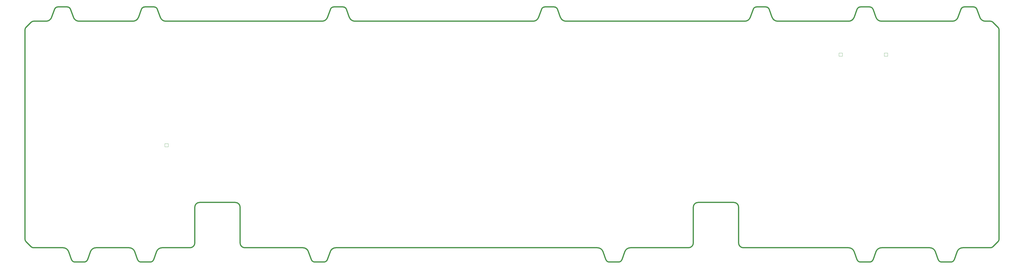
<source format=gbr>
%TF.GenerationSoftware,KiCad,Pcbnew,8.0.1*%
%TF.CreationDate,2026-01-01T00:47:39+09:00*%
%TF.ProjectId,W1-AT_RP2040_Notooth,57312d41-545f-4525-9032-3034305f4e6f,rev?*%
%TF.SameCoordinates,Original*%
%TF.FileFunction,Profile,NP*%
%FSLAX46Y46*%
G04 Gerber Fmt 4.6, Leading zero omitted, Abs format (unit mm)*
G04 Created by KiCad (PCBNEW 8.0.1) date 2026-01-01 00:47:39*
%MOMM*%
%LPD*%
G01*
G04 APERTURE LIST*
%TA.AperFunction,Profile*%
%ADD10C,0.500000*%
%TD*%
%TA.AperFunction,Profile*%
%ADD11C,0.050000*%
%TD*%
G04 APERTURE END LIST*
D10*
X148587080Y-23461968D02*
X147361197Y-26830050D01*
X66311205Y-125369945D02*
X67537087Y-128738026D01*
X326299575Y-23461966D02*
G75*
G02*
X327709114Y-22474984I1409625J-513134D01*
G01*
X37920993Y-22474999D02*
G75*
G02*
X39330495Y-23461982I-393J-1500501D01*
G01*
X366380718Y-28474997D02*
X336593142Y-28474996D01*
X375264749Y-22474996D02*
X371365370Y-22474996D01*
X68946627Y-129724995D02*
X72846004Y-129724996D01*
X108612500Y-104675000D02*
G75*
G02*
X110612500Y-106675000I0J-2000000D01*
G01*
X427085661Y-123285651D02*
X429206981Y-121164332D01*
X93562500Y-104675000D02*
X108612500Y-104675000D01*
X91562500Y-121724999D02*
X91562500Y-106675000D01*
X69124578Y-23461969D02*
X67898697Y-26830050D01*
X272331436Y-125369941D02*
G75*
G02*
X274680648Y-123724985I2348964J-854659D01*
G01*
X139336208Y-125369943D02*
X140562090Y-128738025D01*
X377900167Y-26830046D02*
X376674286Y-23461965D01*
X413612093Y-23461963D02*
X412386211Y-26830047D01*
X147280547Y-128738023D02*
G75*
G02*
X145871008Y-129724977I-1409447J512923D01*
G01*
X23802630Y-123724997D02*
G75*
G02*
X22741967Y-123285658I-130J1499697D01*
G01*
X368729950Y-26830048D02*
G75*
G02*
X366380718Y-28474988I-2349150J854948D01*
G01*
X75481427Y-125369943D02*
G75*
G02*
X77830657Y-123724987I2349173J-854957D01*
G01*
X74255543Y-128738025D02*
G75*
G02*
X72846004Y-129724993I-1409743J513325D01*
G01*
X77068914Y-26830050D02*
X75843033Y-23461968D01*
X32612076Y-23461970D02*
X31386195Y-26830051D01*
X79418147Y-28474999D02*
G75*
G02*
X77068901Y-26830055I53J2500099D01*
G01*
X336593142Y-28474996D02*
G75*
G02*
X334243938Y-26830037I-42J2499896D01*
G01*
X318162500Y-104675000D02*
G75*
G02*
X320162500Y-106675000I0J-2000000D01*
G01*
X371365377Y-129724992D02*
G75*
G02*
X369955828Y-128738026I123J1500192D01*
G01*
X233736969Y-28474998D02*
X158880649Y-28474998D01*
X20181311Y-32096317D02*
G75*
G02*
X20620653Y-31035660I1500189J-83D01*
G01*
X74433495Y-22474998D02*
X70534117Y-22474999D01*
X29036963Y-28475001D02*
X23802628Y-28475000D01*
X405496630Y-129724992D02*
X409396008Y-129724992D01*
X366380725Y-123724993D02*
G75*
G02*
X368729991Y-125369929I175J-2499807D01*
G01*
X65549465Y-28475001D02*
X42905646Y-28475000D01*
X22741967Y-28914339D02*
X20620650Y-31035657D01*
X147361196Y-26830050D02*
G75*
G02*
X145011965Y-28474995I-2349296J855150D01*
G01*
X265796633Y-129724993D02*
X269696011Y-129724993D01*
X156531416Y-26830049D02*
X155305535Y-23461967D01*
X423905662Y-28474993D02*
G75*
G02*
X421556389Y-26830058I-262J2499693D01*
G01*
X147280548Y-128738023D02*
X148506431Y-125369942D01*
X301112500Y-121724999D02*
X301112500Y-106675000D01*
X331608491Y-22474995D02*
X327709114Y-22474996D01*
X412031431Y-125369940D02*
G75*
G02*
X414380661Y-123724990I2349169J-854960D01*
G01*
X148506432Y-125369942D02*
G75*
G02*
X150855660Y-123724991I2349168J-854958D01*
G01*
X69124578Y-23461969D02*
G75*
G02*
X70534117Y-22475016I1409522J-513031D01*
G01*
X141971630Y-129724994D02*
G75*
G02*
X140562060Y-128738036I170J1500294D01*
G01*
X31386195Y-26830051D02*
G75*
G02*
X29036963Y-28474994I-2349295J855151D01*
G01*
X20620650Y-121164336D02*
X22741969Y-123285656D01*
X20620650Y-121164336D02*
G75*
G02*
X20181337Y-120103676I1060450J1060536D01*
G01*
X400511977Y-123724991D02*
G75*
G02*
X402861200Y-125369945I123J-2499809D01*
G01*
X368729955Y-125369942D02*
X369955837Y-128738023D01*
X37920993Y-22474999D02*
X34021615Y-22475000D01*
X380249399Y-28474995D02*
G75*
G02*
X377900180Y-26830041I-199J2499695D01*
G01*
X326299575Y-23461966D02*
X325073694Y-26830048D01*
X429206981Y-31035654D02*
G75*
G02*
X429646280Y-32096315I-1060281J-1060446D01*
G01*
X245256418Y-26830047D02*
X244030537Y-23461966D01*
X410805548Y-128738021D02*
G75*
G02*
X409396008Y-129724977I-1409448J512921D01*
G01*
X265796633Y-129724993D02*
G75*
G02*
X264387122Y-128738013I167J1500193D01*
G01*
X63961974Y-123724995D02*
G75*
G02*
X66311179Y-125369955I-174J-2500205D01*
G01*
X427085661Y-123285651D02*
G75*
G02*
X426025000Y-123725018I-1060861J1061051D01*
G01*
X414380661Y-123724992D02*
X426025000Y-123724992D01*
X369955831Y-23461966D02*
X368729950Y-26830048D01*
X22741967Y-28914339D02*
G75*
G02*
X23802628Y-28475007I1060733J-1060861D01*
G01*
X375264749Y-22474996D02*
G75*
G02*
X376674317Y-23461954I-249J-1500404D01*
G01*
X247605650Y-28474996D02*
G75*
G02*
X245256377Y-26830062I-50J2499996D01*
G01*
X413612094Y-23461963D02*
G75*
G02*
X415021632Y-22474991I1409406J-512837D01*
G01*
X20181311Y-32096317D02*
X20181310Y-120103676D01*
X418921011Y-22474993D02*
G75*
G02*
X420330509Y-23461976I89J-1499807D01*
G01*
X74255544Y-128738025D02*
X75481426Y-125369943D01*
X110612500Y-106675000D02*
X110612500Y-121724999D01*
X67898696Y-26830050D02*
G75*
G02*
X65549465Y-28474995I-2349296J855150D01*
G01*
X141971630Y-129724994D02*
X145871008Y-129724994D01*
X36180722Y-123724997D02*
G75*
G02*
X38529909Y-125369962I-122J-2500103D01*
G01*
X334243910Y-26830047D02*
X333018029Y-23461965D01*
X410036979Y-28474996D02*
X380249399Y-28474995D01*
X242621000Y-22474997D02*
G75*
G02*
X244030505Y-23461978I100J-1499803D01*
G01*
X74433495Y-22474998D02*
G75*
G02*
X75842995Y-23461982I-395J-1500502D01*
G01*
X112612501Y-123724999D02*
G75*
G02*
X110612501Y-121724999I-1J1999999D01*
G01*
X301112500Y-121724999D02*
G75*
G02*
X299112499Y-123725000I-2000000J-1D01*
G01*
X242621000Y-22474997D02*
X238721621Y-22474997D01*
X322724462Y-28474997D02*
X247605650Y-28474996D01*
X41165374Y-129724996D02*
G75*
G02*
X39755808Y-128738037I-174J1499796D01*
G01*
X153895997Y-22474997D02*
G75*
G02*
X155305576Y-23461952I-97J-1500203D01*
G01*
X236086200Y-26830049D02*
G75*
G02*
X233736969Y-28474989I-2349500J855449D01*
G01*
X418921011Y-22474993D02*
X415021632Y-22474993D01*
X402861209Y-125369942D02*
X404087090Y-128738023D01*
X47700175Y-125369944D02*
G75*
G02*
X50049405Y-123724995I2349025J-854756D01*
G01*
X429646321Y-120103673D02*
G75*
G02*
X429206970Y-121164321I-1500121J73D01*
G01*
X263161212Y-125369943D02*
X264387093Y-128738024D01*
X405496630Y-129724992D02*
G75*
G02*
X404087123Y-128738011I170J1500192D01*
G01*
X112612501Y-123724999D02*
X136986977Y-123724993D01*
X426025001Y-28474992D02*
X423905662Y-28474993D01*
X237312082Y-23461967D02*
G75*
G02*
X238721621Y-22475019I1409518J-513033D01*
G01*
X46474291Y-128738026D02*
X47700175Y-125369944D01*
X410805548Y-128738021D02*
X412031431Y-125369940D01*
X366380725Y-123724993D02*
X322162500Y-123725000D01*
X68946627Y-129724995D02*
G75*
G02*
X67537103Y-128738020I-127J1499795D01*
G01*
X40556414Y-26830051D02*
X39330531Y-23461969D01*
X148587081Y-23461968D02*
G75*
G02*
X149996619Y-22474990I1409619J-513132D01*
G01*
X271105551Y-128738022D02*
G75*
G02*
X269696011Y-129724980I-1409451J512922D01*
G01*
X299112499Y-123724999D02*
X274680648Y-123724992D01*
X77830657Y-123724995D02*
X89562499Y-123724999D01*
X376674295Y-128738021D02*
X377900177Y-125369940D01*
X145011965Y-28475000D02*
X79418147Y-28474999D01*
X38529952Y-125369947D02*
X39755834Y-128738028D01*
X320162500Y-106675000D02*
X320162500Y-121725000D01*
X158880649Y-28474998D02*
G75*
G02*
X156531437Y-26830041I-49J2499898D01*
G01*
X325073694Y-26830048D02*
G75*
G02*
X322724462Y-28474992I-2349294J855148D01*
G01*
X371365377Y-129724992D02*
X375264755Y-129724992D01*
X150855660Y-123724993D02*
X260811980Y-123724993D01*
X380249407Y-123724992D02*
X400511977Y-123724991D01*
X237312082Y-23461967D02*
X236086201Y-26830049D01*
X271105551Y-128738022D02*
X272331435Y-125369941D01*
X377900177Y-125369940D02*
G75*
G02*
X380249407Y-123724977I2349323J-855160D01*
G01*
X429206981Y-31035654D02*
X427085661Y-28914333D01*
X23802630Y-123724997D02*
X36180722Y-123724997D01*
X429646321Y-120103673D02*
X429646320Y-32096315D01*
X426025001Y-28474992D02*
G75*
G02*
X427085651Y-28914343I99J-1499708D01*
G01*
X322162500Y-123725000D02*
G75*
G02*
X320162500Y-121725000I0J2000000D01*
G01*
X91562500Y-106675000D02*
G75*
G02*
X93562500Y-104675000I2000000J0D01*
G01*
X32612077Y-23461970D02*
G75*
G02*
X34021615Y-22475015I1409523J-513030D01*
G01*
X41165374Y-129724996D02*
X45064751Y-129724997D01*
X301112500Y-106675000D02*
G75*
G02*
X303112500Y-104675000I2000000J0D01*
G01*
X369955832Y-23461966D02*
G75*
G02*
X371365370Y-22474990I1409268J-512634D01*
G01*
X50049405Y-123724996D02*
X63961974Y-123724995D01*
X42905646Y-28475000D02*
G75*
G02*
X40556400Y-26830056I54J2500100D01*
G01*
X303112500Y-104675000D02*
X318162500Y-104675000D01*
X331608491Y-22474995D02*
G75*
G02*
X333018059Y-23461954I-391J-1500605D01*
G01*
X412386211Y-26830047D02*
G75*
G02*
X410036979Y-28475017I-2349111J854847D01*
G01*
X46474291Y-128738026D02*
G75*
G02*
X45064751Y-129724925I-1409391J512926D01*
G01*
X260811980Y-123724993D02*
G75*
G02*
X263161207Y-125369945I-80J-2500107D01*
G01*
X136986977Y-123724993D02*
G75*
G02*
X139336198Y-125369947I123J-2499807D01*
G01*
X376674294Y-128738021D02*
G75*
G02*
X375264755Y-129724983I-1409594J513121D01*
G01*
X153895997Y-22474997D02*
X149996619Y-22474998D01*
X91562500Y-121724999D02*
G75*
G02*
X89562499Y-123725000I-2000000J-1D01*
G01*
X421556429Y-26830043D02*
X420330548Y-23461962D01*
D11*
%TO.C,LED2*%
X363725000Y-43200000D02*
X362325000Y-43200000D01*
X362325000Y-41800000D01*
X363725000Y-41800000D01*
X363725000Y-43200000D01*
%TO.C,LED1*%
X80356250Y-81300000D02*
X78956250Y-81300000D01*
X78956250Y-79900000D01*
X80356250Y-79900000D01*
X80356250Y-81300000D01*
%TO.C,LED3*%
X382775000Y-43200000D02*
X381375000Y-43200000D01*
X381375000Y-41800000D01*
X382775000Y-41800000D01*
X382775000Y-43200000D01*
%TD*%
M02*

</source>
